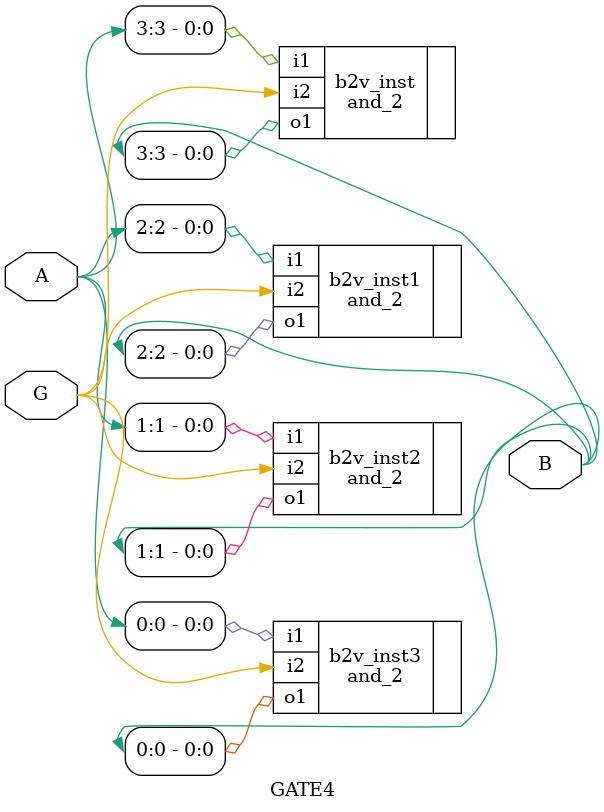
<source format=v>


module GATE4(
	G,
	A,
	B
);


input wire	G;
input wire	[3:0] A;
output wire	[3:0] B;






and_2	b2v_inst(
	.i1(A[3]),
	.i2(G),
	.o1(B[3]));


and_2	b2v_inst1(
	.i1(A[2]),
	.i2(G),
	.o1(B[2]));


and_2	b2v_inst2(
	.i1(A[1]),
	.i2(G),
	.o1(B[1]));


and_2	b2v_inst3(
	.i1(A[0]),
	.i2(G),
	.o1(B[0]));


endmodule

</source>
